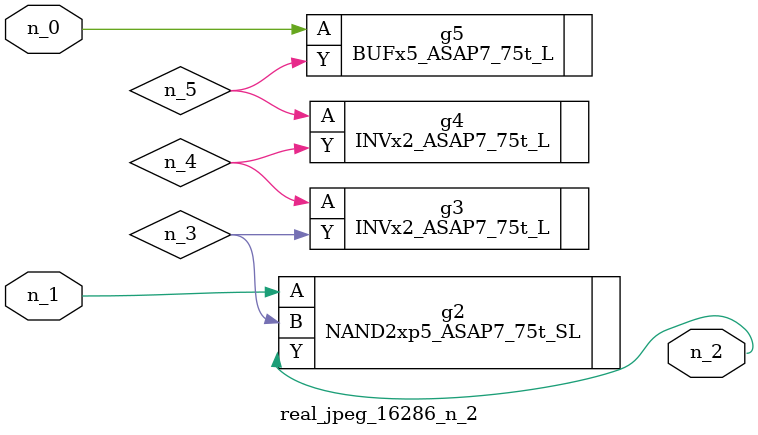
<source format=v>
module real_jpeg_16286_n_2 (n_1, n_0, n_2);

input n_1;
input n_0;

output n_2;

wire n_5;
wire n_4;
wire n_3;

BUFx5_ASAP7_75t_L g5 ( 
.A(n_0),
.Y(n_5)
);

NAND2xp5_ASAP7_75t_SL g2 ( 
.A(n_1),
.B(n_3),
.Y(n_2)
);

INVx2_ASAP7_75t_L g3 ( 
.A(n_4),
.Y(n_3)
);

INVx2_ASAP7_75t_L g4 ( 
.A(n_5),
.Y(n_4)
);


endmodule
</source>
